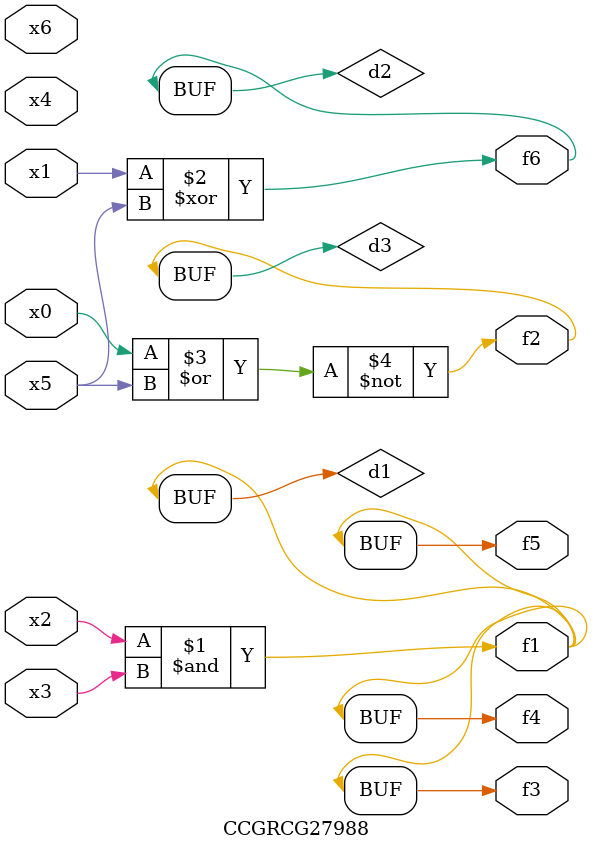
<source format=v>
module CCGRCG27988(
	input x0, x1, x2, x3, x4, x5, x6,
	output f1, f2, f3, f4, f5, f6
);

	wire d1, d2, d3;

	and (d1, x2, x3);
	xor (d2, x1, x5);
	nor (d3, x0, x5);
	assign f1 = d1;
	assign f2 = d3;
	assign f3 = d1;
	assign f4 = d1;
	assign f5 = d1;
	assign f6 = d2;
endmodule

</source>
